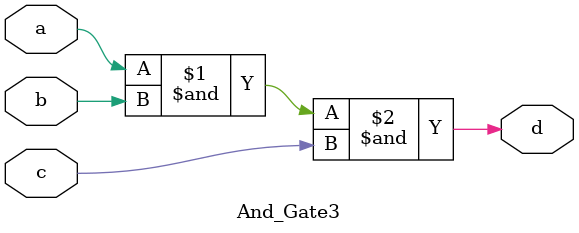
<source format=sv>
module And_Gate3(
   input a,b,c,
  output d);
  
  assign d = a&b&c;
  
endmodule
</source>
